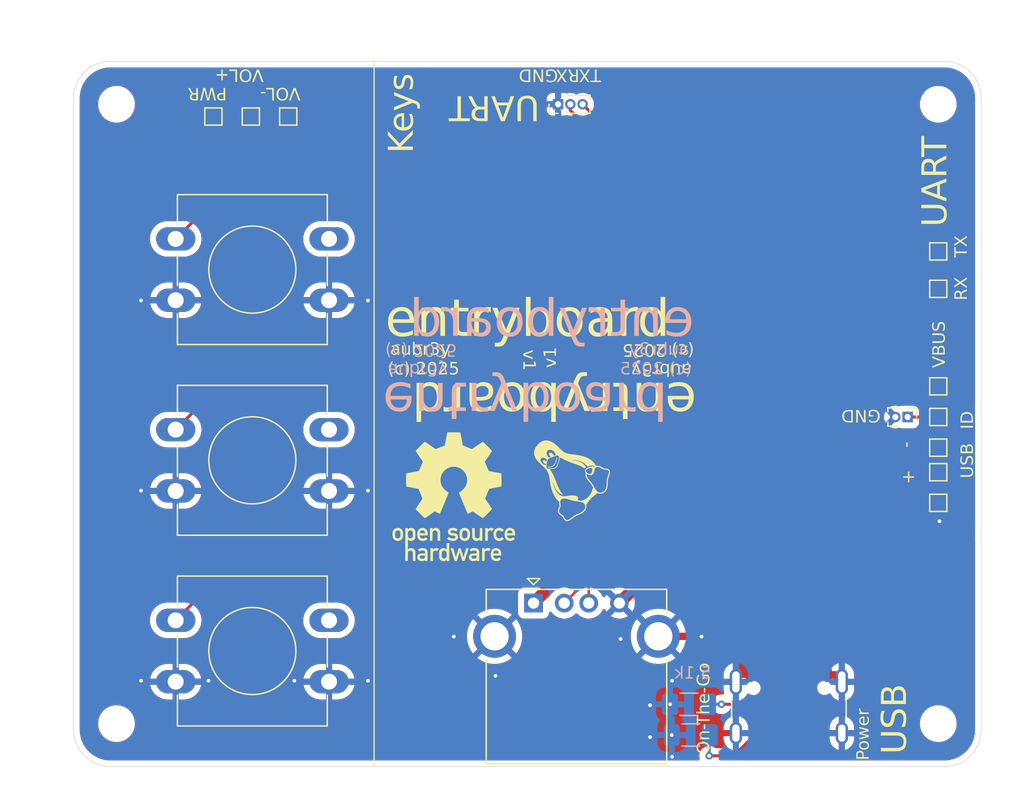
<source format=kicad_pcb>
(kicad_pcb (version 20241229) (generator "pcbnew") (generator_version "9.0")
  (layers (0 "F.Cu" signal) (2 "B.Cu" signal) (13 "F.Paste" user) (15 "B.Paste" user) (5 "F.SilkS" user "F.Silkscreen") (7 "B.SilkS" user "B.Silkscreen") (1 "F.Mask" user) (3 "B.Mask" user) (25 "Edge.Cuts" user))
  (net 0 "")
  (net 1 "+5V")
  (net 2 "DEVICE_USB_ID")
  (net 3 "DEVICE_USB+")
  (net 4 "DEVICE_USB-")
  (net 5 "GND")
  (net 6 "UART_TX")
  (net 7 "UART_RX")
  (net 8 "DEVICE_POWER_BTN")
  (net 9 "DEVICE_VOL_UP")
  (net 10 "DEVICE_VOL_DOWN")
  (net 12 "Net-(J14-CC2)")
  (net 15 "Net-(J14-CC1)")
  (footprint "Connector_PinHeader_1.00mm:PinHeader_1x03_P1.00mm_Vertical" (layer "F.Cu") (at 140.5 43 90)
    (property "Reference" "J13" (hide yes))
    (property "Value" "Conn_01x03_Pin" (hide yes))
    (pad "1" thru_hole rect (at 0 0 90) (size 0.85 0.85) (drill 0.5) (layers "*.Cu" "*.Mask") (net 5 "GND"))
    (pad "2" thru_hole circle (at 0 1 90) (size 0.85 0.85) (drill 0.5) (layers "*.Cu" "*.Mask") (net 7 "UART_RX"))
    (pad "3" thru_hole circle (at 0 2 90) (size 0.85 0.85) (drill 0.5) (layers "*.Cu" "*.Mask") (net 6 "UART_TX"))
  )
  (footprint "LOGO" (layer "F.Cu") (at 132 75)
    (property "Reference" "G***" (hide yes))
    (property "Value" "LOGO" (hide yes))
  )
  (footprint "TestPoint:TestPoint_Pad_1.0x1.0mm" (layer "F.Cu") (at 171.5 71 180)
    (property "Reference" "J4" (hide yes))
    (property "Value" "Conn_01x01" (hide yes))
    (pad "1" smd rect (at 0 0 180) (size 1 1) (layers "F.Cu" "F.Mask") (net 4 "DEVICE_USB-"))
  )
  (footprint "MountingHole:MountingHole_2.5mm" (layer "F.Cu") (at 171.5 43)
    (property "Reference" "H2" (hide yes))
    (property "Value" "MountingHole" (hide yes))
    (pad "" np_thru_hole circle (at 0 0) (size 2.5 2.5) (drill 2.5) (layers "*.Cu" "*.Mask"))
  )
  (footprint "Button_Switch_THT:SW_PUSH-12mm" (layer "F.Cu") (at 109.325 69.53)
    (property "Reference" "SW2" (hide yes))
    (property "Value" "SW_Push" (hide yes))
    (pad "1" thru_hole oval (at 0 0) (size 3.2 1.9) (drill 1.3) (layers "*.Cu" "*.Mask") (net 9 "DEVICE_VOL_UP"))
    (pad "1" thru_hole oval (at 12.5 0) (size 3.2 1.9) (drill 1.3) (layers "*.Cu" "*.Mask") (net 9 "DEVICE_VOL_UP"))
    (pad "2" thru_hole oval (at 0 5) (size 3.2 1.9) (drill 1.3) (layers "*.Cu" "*.Mask") (net 5 "GND"))
    (pad "2" thru_hole oval (at 12.5 5) (size 3.2 1.9) (drill 1.3) (layers "*.Cu" "*.Mask") (net 5 "GND"))
  )
  (footprint "TestPoint:TestPoint_Pad_1.0x1.0mm" (layer "F.Cu") (at 171.5 68.5)
    (property "Reference" "J2" (hide yes))
    (property "Value" "Conn_01x01" (hide yes))
    (pad "1" smd rect (at 0 0) (size 1 1) (layers "F.Cu" "F.Mask") (net 2 "DEVICE_USB_ID"))
  )
  (footprint "TestPoint:TestPoint_Pad_1.0x1.0mm" (layer "F.Cu") (at 171.5 58.05)
    (property "Reference" "J7" (hide yes))
    (property "Value" "Conn_01x01" (hide yes))
    (pad "1" smd rect (at 0 0) (size 1 1) (layers "F.Cu" "F.Mask") (net 7 "UART_RX"))
  )
  (footprint "TestPoint:TestPoint_Pad_1.0x1.0mm" (layer "F.Cu") (at 171.5 55)
    (property "Reference" "J6" (hide yes))
    (property "Value" "Conn_01x01" (hide yes))
    (pad "1" smd rect (at 0 0) (size 1 1) (layers "F.Cu" "F.Mask") (net 6 "UART_TX"))
  )
  (footprint "MountingHole:MountingHole_2.5mm" (layer "F.Cu") (at 104.5 43)
    (property "Reference" "H1" (hide yes))
    (property "Value" "MountingHole" (hide yes))
    (pad "" np_thru_hole circle (at 0 0) (size 2.5 2.5) (drill 2.5) (layers "*.Cu" "*.Mask"))
  )
  (footprint "Button_Switch_THT:SW_PUSH-12mm" (layer "F.Cu") (at 109.325 85.08)
    (property "Reference" "SW3" (hide yes))
    (property "Value" "SW_Push" (hide yes))
    (pad "1" thru_hole oval (at 0 0) (size 3.2 1.9) (drill 1.3) (layers "*.Cu" "*.Mask") (net 10 "DEVICE_VOL_DOWN"))
    (pad "1" thru_hole oval (at 12.5 0) (size 3.2 1.9) (drill 1.3) (layers "*.Cu" "*.Mask") (net 10 "DEVICE_VOL_DOWN"))
    (pad "2" thru_hole oval (at 0 5) (size 3.2 1.9) (drill 1.3) (layers "*.Cu" "*.Mask") (net 5 "GND"))
    (pad "2" thru_hole oval (at 12.5 5) (size 3.2 1.9) (drill 1.3) (layers "*.Cu" "*.Mask") (net 5 "GND"))
  )
  (footprint "TestPoint:TestPoint_Pad_1.0x1.0mm" (layer "F.Cu") (at 171.5 75.5)
    (property "Reference" "J5" (hide yes))
    (property "Value" "Conn_01x01" (hide yes))
    (pad "1" smd rect (at 0 0) (size 1 1) (layers "F.Cu" "F.Mask") (net 5 "GND"))
  )
  (footprint "TestPoint:TestPoint_Pad_1.0x1.0mm" (layer "F.Cu") (at 115.45 44 90)
    (property "Reference" "J11" (hide yes))
    (property "Value" "Conn_01x01" (hide yes))
    (pad "1" smd rect (at 0 0 90) (size 1 1) (layers "F.Cu" "F.Mask") (net 9 "DEVICE_VOL_UP"))
  )
  (footprint "MountingHole:MountingHole_2.5mm" (layer "F.Cu") (at 171.5 93.5)
    (property "Reference" "H3" (hide yes))
    (property "Value" "MountingHole" (hide yes))
    (pad "" np_thru_hole circle (at 0 0) (size 2.5 2.5) (drill 2.5) (layers "*.Cu" "*.Mask"))
  )
  (footprint "Connector_USB:USB_C_Receptacle_GCT_USB4105-xx-A_16P_TopMnt_Horizontal" (layer "F.Cu") (at 159.32 93.2)
    (property "Reference" "J14" (hide yes))
    (property "Value" "USB_C_Receptacle" (hide yes))
    (pad "" np_thru_hole circle (at -2.89 -2.605) (size 0.65 0.65) (drill 0.65) (layers "*.Cu" "*.Mask"))
    (pad "" np_thru_hole circle (at 2.89 -2.605) (size 0.65 0.65) (drill 0.65) (layers "*.Cu" "*.Mask"))
    (pad "A1" smd roundrect (at -3.2 -3.68) (size 0.6 1.15) (layers "F.Cu" "F.Mask" "F.Paste") (net 5 "GND"))
    (pad "A4" smd roundrect (at -2.4 -3.68) (size 0.6 1.15) (layers "F.Cu" "F.Mask" "F.Paste") (net 1 "+5V"))
    (pad "A5" smd roundrect (at -1.25 -3.68) (size 0.3 1.15) (layers "F.Cu" "F.Mask" "F.Paste") (net 15 "Net-(J14-CC1)"))
    (pad "A6" smd roundrect (at -0.25 -3.68) (size 0.3 1.15) (layers "F.Cu" "F.Mask" "F.Paste"))
    (pad "A7" smd roundrect (at 0.25 -3.68) (size 0.3 1.15) (layers "F.Cu" "F.Mask" "F.Paste"))
    (pad "A8" smd roundrect (at 1.25 -3.68) (size 0.3 1.15) (layers "F.Cu" "F.Mask" "F.Paste"))
    (pad "A9" smd roundrect (at 2.4 -3.68) (size 0.6 1.15) (layers "F.Cu" "F.Mask" "F.Paste") (net 1 "+5V"))
    (pad "A12" smd roundrect (at 3.2 -3.68) (size 0.6 1.15) (layers "F.Cu" "F.Mask" "F.Paste") (net 5 "GND"))
    (pad "B1" smd roundrect (at 3.2 -3.68) (size 0.6 1.15) (layers "F.Cu" "F.Mask" "F.Paste") (net 5 "GND"))
    (pad "B4" smd roundrect (at 2.4 -3.68) (size 0.6 1.15) (layers "F.Cu" "F.Mask" "F.Paste") (net 1 "+5V"))
    (pad "B5" smd roundrect (at 1.75 -3.68) (size 0.3 1.15) (layers "F.Cu" "F.Mask" "F.Paste") (net 12 "Net-(J14-CC2)"))
    (pad "B6" smd roundrect (at 0.75 -3.68) (size 0.3 1.15) (layers "F.Cu" "F.Mask" "F.Paste"))
    (pad "B7" smd roundrect (at -0.75 -3.68) (size 0.3 1.15) (layers "F.Cu" "F.Mask" "F.Paste"))
    (pad "B8" smd roundrect (at -1.75 -3.68) (size 0.3 1.15) (layers "F.Cu" "F.Mask" "F.Paste"))
    (pad "B9" smd roundrect (at -2.4 -3.68) (size 0.6 1.15) (layers "F.Cu" "F.Mask" "F.Paste") (net 1 "+5V"))
    (pad "B12" smd roundrect (at -3.2 -3.68) (size 0.6 1.15) (layers "F.Cu" "F.Mask" "F.Paste") (net 5 "GND"))
    (pad "S1" thru_hole oval (at -4.32 -3.105) (size 1 2.1) (drill oval 0.6 1.7) (property pad_prop_heatsink) (layers "*.Cu" "*.Mask" "F.Paste") (net 5 "GND"))
    (pad "S1" thru_hole oval (at -4.32 1.075) (size 1 1.8) (drill oval 0.6 1.4) (property pad_prop_heatsink) (layers "*.Cu" "*.Mask" "F.Paste") (net 5 "GND"))
    (pad "S1" thru_hole oval (at 4.32 -3.105) (size 1 2.1) (drill oval 0.6 1.7) (property pad_prop_heatsink) (layers "*.Cu" "*.Mask" "F.Paste") (net 5 "GND"))
    (pad "S1" thru_hole oval (at 4.32 1.075) (size 1 1.8) (drill oval 0.6 1.4) (property pad_prop_heatsink) (layers "*.Cu" "*.Mask" "F.Paste") (net 5 "GND"))
  )
  (footprint "Connector_USB:USB_A_Kycon_KUSBX-AS1N-B_Horizontal" (layer "F.Cu") (at 138.5 83.6725)
    (property "Reference" "J8" (hide yes))
    (property "Value" "USB_A")
    (pad "1" thru_hole rect (at 0 0) (size 1.524 1.524) (drill 0.92) (layers "*.Cu" "*.Mask") (net 1 "+5V"))
    (pad "2" thru_hole circle (at 2.5 0) (size 1.524 1.524) (drill 0.92) (layers "*.Cu" "*.Mask") (net 4 "DEVICE_USB-"))
    (pad "3" thru_hole circle (at 4.5 0) (size 1.524 1.524) (drill 0.92) (layers "*.Cu" "*.Mask") (net 3 "DEVICE_USB+"))
    (pad "4" thru_hole circle (at 7 0) (size 1.524 1.524) (drill 0.92) (layers "*.Cu" "*.Mask") (net 5 "GND"))
    (pad "5" thru_hole circle (at -3.175 2.71) (size 3.5 3.5) (drill 2.3) (layers "*.Cu" "*.Mask") (net 5 "GND"))
    (pad "5" thru_hole circle (at 10.175 2.71) (size 3.5 3.5) (drill 2.3) (layers "*.Cu" "*.Mask") (net 5 "GND"))
  )
  (footprint "MountingHole:MountingHole_2.5mm" (layer "F.Cu") (at 104.5 93.5)
    (property "Reference" "H4" (hide yes))
    (property "Value" "MountingHole" (hide yes))
    (pad "" np_thru_hole circle (at 0 0) (size 2.5 2.5) (drill 2.5) (layers "*.Cu" "*.Mask"))
  )
  (footprint "TestPoint:TestPoint_Pad_1.0x1.0mm" (layer "F.Cu") (at 171.5 66)
    (property "Reference" "J1" (hide yes))
    (property "Value" "Conn_01x01" (hide yes))
    (pad "1" smd rect (at 0 0) (size 1 1) (layers "F.Cu" "F.Mask") (net 1 "+5V"))
  )
  (footprint "LOGO" (layer "F.Cu") (at 141 73 45)
    (property "Reference" "G***" (hide yes))
    (property "Value" "LOGO" (hide yes))
  )
  (footprint "TestPoint:TestPoint_Pad_1.0x1.0mm" (layer "F.Cu") (at 118.5 44 90)
    (property "Reference" "J12" (hide yes))
    (property "Value" "Conn_01x01" (hide yes))
    (pad "1" smd rect (at 0 0 90) (size 1 1) (layers "F.Cu" "F.Mask") (net 10 "DEVICE_VOL_DOWN"))
  )
  (footprint "TestPoint:TestPoint_Pad_1.0x1.0mm" (layer "F.Cu") (at 171.5 73 180)
    (property "Reference" "J3" (hide yes))
    (property "Value" "Conn_01x01" (hide yes))
    (pad "1" smd rect (at 0 0 180) (size 1 1) (layers "F.Cu" "F.Mask") (net 3 "DEVICE_USB+"))
  )
  (footprint "TestPoint:TestPoint_Pad_1.0x1.0mm" (layer "F.Cu") (at 112.4 44 90)
    (property "Reference" "J10" (hide yes))
    (property "Value" "Conn_01x01" (hide yes))
    (pad "1" smd rect (at 0 0 90) (size 1 1) (layers "F.Cu" "F.Mask") (net 8 "DEVICE_POWER_BTN"))
  )
  (footprint "Connector_PinHeader_1.00mm:PinHeader_1x02_P1.00mm_Vertical" (layer "F.Cu") (at 169 68.5 -90)
    (property "Reference" "J9" (hide yes))
    (property "Value" "Conn_01x02_Pin" (hide yes))
    (pad "1" thru_hole rect (at 0 0 270) (size 0.85 0.85) (drill 0.5) (layers "*.Cu" "*.Mask") (net 2 "DEVICE_USB_ID"))
    (pad "2" thru_hole circle (at 0 1 270) (size 0.85 0.85) (drill 0.5) (layers "*.Cu" "*.Mask") (net 5 "GND"))
  )
  (footprint "Button_Switch_THT:SW_PUSH-12mm" (layer "F.Cu") (at 109.325 53.98)
    (property "Reference" "SW1" (hide yes))
    (property "Value" "SW_Push" (hide yes))
    (pad "1" thru_hole oval (at 0 0) (size 3.2 1.9) (drill 1.3) (layers "*.Cu" "*.Mask") (net 8 "DEVICE_POWER_BTN"))
    (pad "1" thru_hole oval (at 12.5 0) (size 3.2 1.9) (drill 1.3) (layers "*.Cu" "*.Mask") (net 8 "DEVICE_POWER_BTN"))
    (pad "2" thru_hole oval (at 0 5) (size 3.2 1.9) (drill 1.3) (layers "*.Cu" "*.Mask") (net 5 "GND"))
    (pad "2" thru_hole oval (at 12.5 5) (size 3.2 1.9) (drill 1.3) (layers "*.Cu" "*.Mask") (net 5 "GND"))
  )
  (footprint "Resistor_SMD:R_1206_3216Metric_Pad1.30x1.75mm_HandSolder" (layer "B.Cu") (at 151.18 91.925 180)
    (property "Reference" "R1" (hide yes))
    (property "Value" "5.1k" (hide yes))
    (pad "1" smd roundrect (at -1.55 0 180) (size 1.3 1.75) (layers "B.Cu" "B.Mask" "B.Paste") (roundrect_rratio 0.192308) (net 15 "Net-(J14-CC1)"))
    (pad "2" smd roundrect (at 1.55 0 180) (size 1.3 1.75) (layers "B.Cu" "B.Mask" "B.Paste") (roundrect_rratio 0.192308) (net 5 "GND"))
  )
  (footprint "Resistor_SMD:R_1206_3216Metric_Pad1.30x1.75mm_HandSolder" (layer "B.Cu") (at 151.32 94.425 180)
    (property "Reference" "R2" (hide yes))
    (property "Value" "5.1k" (hide yes))
    (pad "1" smd roundrect (at -1.55 0 180) (size 1.3 1.75) (layers "B.Cu" "B.Mask" "B.Paste") (roundrect_rratio 0.192308) (net 12 "Net-(J14-CC2)"))
    (pad "2" smd roundrect (at 1.55 0 180) (size 1.3 1.75) (layers "B.Cu" "B.Mask" "B.Paste") (roundrect_rratio 0.192308) (net 5 "GND"))
  )
  (gr_line (start 125.5 97) (end 125.5 96.5) (stroke (width 0.1)) (layer "F.SilkS"))
  (gr_line (start 125.5 96.5) (end 125.5 39.5) (stroke (width 0.1)) (layer "F.SilkS"))
  (gr_arc (start 175 94) (mid 174.12132 96.12132) (end 172 97) (stroke (width 0.05)) (layer "Edge.Cuts"))
  (gr_line (start 104 39.5) (end 172 39.5) (stroke (width 0.05)) (layer "Edge.Cuts"))
  (gr_arc (start 101 42.5) (mid 101.87868 40.37868) (end 104 39.5) (stroke (width 0.05)) (layer "Edge.Cuts"))
  (gr_arc (start 172 39.5) (mid 174.12132 40.37868) (end 175 42.5) (stroke (width 0.05)) (layer "Edge.Cuts"))
  (gr_line (start 172 97) (end 104 97) (stroke (width 0.05)) (layer "Edge.Cuts"))
  (gr_line (start 175 42.5) (end 175 94) (stroke (width 0.05)) (layer "Edge.Cuts"))
  (gr_line (start 101 94) (end 101 42.5) (stroke (width 0.05)) (layer "Edge.Cuts"))
  (gr_arc (start 104 97) (mid 101.87868 96.12132) (end 101 94) (stroke (width 0.05)) (layer "Edge.Cuts"))
  (gr_text "GND" (at 140.5 40 180) (layer "F.SilkS") (effects (font (size 1 1) (thickness 0.1)) (justify left bottom)))
  (gr_text "(c) 2025" (at 151.6 62.4 180) (layer "F.SilkS") (effects (font (size 1 1) (thickness 0.1)) (justify left bottom)))
  (gr_text "aubr3y" (at 126.8 63.6 0) (layer "F.SilkS") (effects (font (size 1 1) (thickness 0.1)) (justify left bottom)))
  (gr_text "TX" (at 144 40 180) (layer "F.SilkS") (effects (font (size 1 1) (thickness 0.1)) (justify left bottom)))
  (gr_text "Keys" (at 129 47 90) (layer "F.SilkS") (effects (font (size 2 2) (thickness 0.1)) (justify left bottom)))
  (gr_text "TX" (at 174 55.5 90) (layer "F.SilkS") (effects (font (size 1 1) (thickness 0.1)) (justify left bottom)))
  (gr_text "ID" (at 174.5 69.5 90) (layer "F.SilkS") (effects (font (size 1 1) (thickness 0.1)) (justify left bottom)))
  (gr_text "v1" (at 137.5 63 270) (layer "F.SilkS") (effects (font (size 1 1) (thickness 0.1)) (justify left bottom)))
  (gr_text "+" (at 168.5 74 0) (layer "F.SilkS") (effects (font (size 1 1) (thickness 0.1)) (justify left bottom)))
  (gr_text "v1" (at 140.5 64.5 90) (layer "F.SilkS") (effects (font (size 1 1) (thickness 0.1)) (justify left bottom)))
  (gr_text "UART" (at 139 42 180) (layer "F.SilkS") (effects (font (size 2 2) (thickness 0.1)) (justify left bottom)))
  (gr_text "entryboard" (at 151.8 65.2 180) (layer "F.SilkS") (effects (font (size 3 3) (thickness 0.1)) (justify left bottom)))
  (gr_text "VOL+" (at 116.5 40 180) (layer "F.SilkS") (effects (font (size 1 1) (thickness 0.1)) (justify left bottom)))
  (gr_text "(c) 2025" (at 126.6 65.2 0) (layer "F.SilkS") (effects (font (size 1 1) (thickness 0.1)) (justify left bottom)))
  (gr_text "RX" (at 174 59 90) (layer "F.SilkS") (effects (font (size 1 1) (thickness 0.1)) (justify left bottom)))
  (gr_text "VOL-" (at 119.5 41.5 180) (layer "F.SilkS") (effects (font (size 1 1) (thickness 0.1)) (justify left bottom)))
  (gr_text "entryboard" (at 126.4 62.4 0) (layer "F.SilkS") (effects (font (size 3 3) (thickness 0.1)) (justify left bottom)))
  (gr_text "RX" (at 142.25 40 180) (layer "F.SilkS") (effects (font (size 1 1) (thickness 0.1)) (justify left bottom)))
  (gr_text "GND" (at 166.8 67.755 180) (layer "F.SilkS") (effects (font (size 1 1) (thickness 0.1)) (justify left bottom)))
  (gr_text "USB" (at 169.2 96 90) (layer "F.SilkS") (effects (font (size 2 2) (thickness 0.1)) (justify left bottom)))
  (gr_text "UART" (at 172.5 53 90) (layer "F.SilkS") (effects (font (size 2 2) (thickness 0.1)) (justify left bottom)))
  (gr_text "On-The-Go" (at 153 96 90) (layer "F.SilkS") (effects (font (size 1 1) (thickness 0.1)) (justify left bottom)))
  (gr_text "USB" (at 174.5 73.5 90) (layer "F.SilkS") (effects (font (size 1 1) (thickness 0.1)) (justify left bottom)))
  (gr_text "-" (at 169.5 71 90) (layer "F.SilkS") (effects (font (size 1 1) (thickness 0.1)) (justify left bottom)))
  (gr_text "PWR" (at 113.5 41.5 180) (layer "F.SilkS") (effects (font (size 1 1) (thickness 0.1)) (justify left bottom)))
  (gr_text "Power" (at 166 96.5 90) (layer "F.SilkS") (effects (font (size 1 1) (thickness 0.1)) (justify left bottom)))
  (gr_text "aubr3y" (at 151.4 64 180) (layer "F.SilkS") (effects (font (size 1 1) (thickness 0.1)) (justify left bottom)))
  (gr_text "VBUS" (at 172.2 64.5 90) (layer "F.SilkS") (effects (font (size 1 1) (thickness 0.1)) (justify left bottom)))
  (gr_text "aubr3y" (at 126.6 64 -180) (layer "B.SilkS") (effects (font (size 1 1) (thickness 0.1)) (justify left bottom mirror)))
  (gr_text "5.1k" (at 153 90 0) (layer "B.SilkS") (effects (font (size 1 1) (thickness 0.1)) (justify left bottom mirror)))
  (gr_text "(c) 2025" (at 126.4 62.4 -180) (layer "B.SilkS") (effects (font (size 1 1) (thickness 0.1)) (justify left bottom mirror)))
  (gr_text "(c) 2025" (at 151.4 65.2 -0) (layer "B.SilkS") (effects (font (size 1 1) (thickness 0.1)) (justify left bottom mirror)))
  (gr_text "entryboard" (at 126.2 65.2 -180) (layer "B.SilkS") (effects (font (size 3 3) (thickness 0.1)) (justify left bottom mirror)))
  (gr_text "entryboard" (at 151.6 62.4 -0) (layer "B.SilkS") (effects (font (size 3 3) (thickness 0.1)) (justify left bottom mirror)))
  (gr_text "aubr3y" (at 151.2 63.6 -0) (layer "B.SilkS") (effects (font (size 1 1) (thickness 0.1)) (justify left bottom mirror)))
  (segment (start 166 85.5) (end 163 85.5) (width 1) (layer "F.Cu") (net 1))
  (segment (start 171.5 66) (end 174 68.5) (width 1) (layer "F.Cu") (net 1))
  (segment (start 158 87) (end 161.72 87) (width 0.6) (layer "F.Cu") (net 1))
  (segment (start 174 68.5) (end 174 77.5) (width 1) (layer "F.Cu") (net 1))
  (segment (start 156.92 88.08) (end 158 87) (width 0.6) (layer "F.Cu") (net 1))
  (segment (start 163 85.5) (end 161.72 86.78) (width 0.6) (layer "F.Cu") (net 1))
  (segment (start 174 77.5) (end 166 85.5) (width 1) (layer "F.Cu") (net 1))
  (segment (start 156.1725 66) (end 138.5 83.6725) (width 1) (layer "F.Cu") (net 1))
  (segment (start 161.72 86.78) (end 161.72 87) (width 0.6) (layer "F.Cu") (net 1))
  (segment (start 161.72 87) (end 161.72 89.52) (width 0.6) (layer "F.Cu") (net 1))
  (segment (start 156.92 89.52) (end 156.92 88.08) (width 0.6) (layer "F.Cu") (net 1))
  (segment (start 171.5 66) (end 156.1725 66) (width 1) (layer "F.Cu") (net 1))
  (segment (start 171.5 68.5) (end 169 68.5) (width 0.25) (layer "F.Cu") (net 2))
  (segment (start 170.749999 73) (end 169.974999 72.225) (width 0.2) (layer "F.Cu") (net 3))
  (segment (start 171.5 73) (end 170.749999 73) (width 0.2) (layer "F.Cu") (net 3))
  (segment (start 153.083897 72.225) (end 143 82.308897) (width 0.2) (layer "F.Cu") (net 3))
  (segment (start 169.974999 72.225) (end 153.083897 72.225) (width 0.2) (layer "F.Cu") (net 3))
  (segment (start 143 82.308897) (end 143 83.6725) (width 0.2) (layer "F.Cu") (net 3))
  (segment (start 169.974999 71.775) (end 152.8975 71.775) (width 0.2) (layer "F.Cu") (net 4))
  (segment (start 170.749999 71) (end 169.974999 71.775) (width 0.2) (layer "F.Cu") (net 4))
  (segment (start 171.5 71) (end 170.749999 71) (width 0.2) (layer "F.Cu") (net 4))
  (segment (start 152.8975 71.775) (end 141 83.6725) (width 0.2) (layer "F.Cu") (net 4))
  (segment (start 171.5 75.5) (end 153.6725 75.5) (width 1) (layer "F.Cu") (net 5))
  (segment (start 152.9825 86.3825) (end 148.675 86.3825) (width 0.6) (layer "F.Cu") (net 5))
  (segment (start 163.065 89.52) (end 163.64 90.095) (width 0.6) (layer "F.Cu") (net 5))
  (segment (start 153.6725 75.5) (end 145.5 83.6725) (width 1) (layer "F.Cu") (net 5))
  (segment (start 156.12 89.52) (end 152.9825 86.3825) (width 0.6) (layer "F.Cu") (net 5))
  (segment (start 162.52 89.52) (end 163.065 89.52) (width 0.6) (layer "F.Cu") (net 5))
  (via (at 106.5 90) (size 0.6) (drill 0.3) (layers "F.Cu" "B.Cu") (net 5))
  (via (at 106.5 74.5) (size 0.6) (drill 0.3) (layers "F.Cu" "B.Cu") (net 5))
  (via (at 112 90) (size 0.6) (drill 0.3) (layers "F.Cu" "B.Cu") (net 5))
  (via (at 149.8 96.2) (size 0.6) (drill 0.3) (layers "F.Cu" "B.Cu") (net 5))
  (via (at 149.77 94.425) (size 0.6) (drill 0.3) (layers "F.Cu" "B.Cu") (net 5))
  (via (at 152.2 86.4) (size 0.6) (drill 0.3) (layers "F.Cu" "B.Cu") (net 5))
  (via (at 148 92) (size 0.6) (drill 0.3) (layers "F.Cu" "B.Cu") (net 5))
  (via (at 125 59) (size 0.6) (drill 0.3) (layers "F.Cu" "B.Cu") (net 5))
  (via (at 132 86.4) (size 0.6) (drill 0.3) (layers "F.Cu" "B.Cu") (net 5))
  (via (at 148 94.6) (size 0.6) (drill 0.3) (layers "F.Cu" "B.Cu") (net 5))
  (via (at 106.5 59) (size 0.6) (drill 0.3) (layers "F.Cu" "B.Cu") (net 5))
  (via (at 135.4 89.6) (size 0.6) (drill 0.3) (layers "F.Cu" "B.Cu") (net 5))
  (via (at 149.63 91.925) (size 0.6) (drill 0.3) (layers "F.Cu" "B.Cu") (net 5))
  (via (at 171.6 77) (size 0.6) (drill 0.3) (layers "F.Cu" "B.Cu") (net 5))
  (via (at 125 74.5) (size 0.6) (drill 0.3) (layers "F.Cu" "B.Cu") (net 5))
  (via (at 149.8 90) (size 0.6) (drill 0.3) (layers "F.Cu" "B.Cu") (net 5))
  (via (at 145.6 86.6) (size 0.6) (drill 0.3) (layers "F.Cu" "B.Cu") (net 5))
  (via (at 119 90) (size 0.6) (drill 0.3) (layers "F.Cu" "B.Cu") (net 5))
  (via (at 125 90) (size 0.6) (drill 0.3) (layers "F.Cu" "B.Cu") (net 5))
  (segment (start 171.5 55) (end 154.5 55) (width 0.25) (layer "F.Cu") (net 6))
  (segment (start 154.5 55) (end 142.5 43) (width 0.25) (layer "F.Cu") (net 6))
  (segment (start 141.5 43) (end 141.5 43.5) (width 0.25) (layer "F.Cu") (net 7))
  (segment (start 156.05 58.05) (end 171.5 58.05) (width 0.25) (layer "F.Cu") (net 7))
  (segment (start 141.5 43.5) (end 156.05 58.05) (width 0.25) (layer "F.Cu") (net 7))
  (segment (start 112.4 50.905) (end 109.325 53.98) (width 0.25) (layer "F.Cu") (net 8))
  (segment (start 112.4 44) (end 112.4 50.905) (width 0.25) (layer "F.Cu") (net 8))
  (segment (start 115.45 44) (end 115.45 63.405) (width 0.25) (layer "F.Cu") (net 9))
  (segment (start 115.45 63.405) (end 109.325 69.53) (width 0.25) (layer "F.Cu") (net 9))
  (segment (start 109.97 69.53) (end 109.325 69.53) (width 0.25) (layer "B.Cu") (net 9))
  (segment (start 118.5 75.905) (end 109.325 85.08) (width 0.25) (layer "F.Cu") (net 10))
  (segment (start 118.5 44) (end 118.5 75.905) (width 0.25) (layer "F.Cu") (net 10))
  (segment (start 161.07 89.889178) (end 154.834178 96.125) (width 0.25) (layer "F.Cu") (net 12))
  (segment (start 161.07 89.245) (end 161.07 89.889178) (width 0.25) (layer "F.Cu") (net 12))
  (segment (start 154.834178 96.125) (end 152.82 96.125) (width 0.25) (layer "F.Cu") (net 12))
  (via (at 152.82 96.125) (size 0.6) (drill 0.3) (layers "F.Cu" "B.Cu") (net 12))
  (segment (start 152.82 94.475) (end 152.87 94.425) (width 0.25) (layer "B.Cu") (net 12))
  (segment (start 152.82 96.125) (end 152.82 94.475) (width 0.25) (layer "B.Cu") (net 12))
  (segment (start 158.07 89.245) (end 158.07 90.175) (width 0.25) (layer "F.Cu") (net 15))
  (segment (start 156.32 91.925) (end 153.82 91.925) (width 0.25) (layer "F.Cu") (net 15))
  (segment (start 158.07 90.175) (end 156.32 91.925) (width 0.25) (layer "F.Cu") (net 15))
  (via (at 153.82 91.925) (size 0.6) (drill 0.3) (layers "F.Cu" "B.Cu") (net 15))
  (segment (start 153.82 91.925) (end 152.73 91.925) (width 0.25) (layer "B.Cu") (net 15))
  (zone (net 5) (net_name "GND") (layers "F.Cu" "B.Cu") (connect_pads (clearance 0.5)) (min_thickness 0.25) (fill yes (thermal_gap 0.5) (thermal_bridge_width 0.5))
    (polygon (pts (xy 178.5 100) (xy 95.5 100) (xy 95 34.5) (xy 178.5 34.5)))
  )
)
</source>
